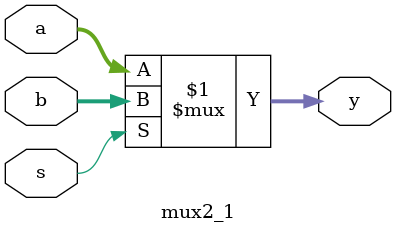
<source format=v>
`timescale 1ns / 1ps


module mux2_1(
    input s,
    input [3:0] a,
    input [3:0] b,
    output [3:0] y
    );
    assign y = s ? b : a;
endmodule

</source>
